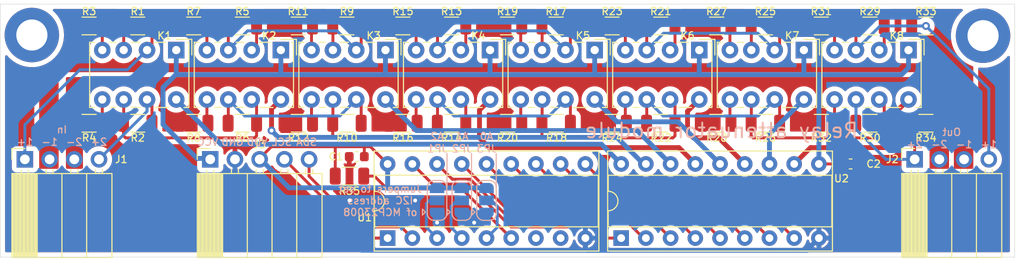
<source format=kicad_pcb>
(kicad_pcb (version 20211014) (generator pcbnew)
  (layers (0 "F.Cu" signal) (31 "B.Cu" signal) (34 "B.Paste" user) (35 "F.Paste" user) (36 "B.SilkS" user "B.Silkscreen") (37 "F.SilkS" user "F.Silkscreen") (38 "B.Mask" user) (39 "F.Mask" user) (44 "Edge.Cuts" user))
  (net 0 "")
  (net 1 "Net-(K1-Pad3)")
  (net 2 "Net-(K1-Pad4)")
  (net 3 "Net-(K1-Pad5)")
  (net 4 "Net-(K1-Pad6)")
  (net 5 "Net-(K2-Pad3)")
  (net 6 "Net-(K2-Pad4)")
  (net 7 "Net-(K2-Pad5)")
  (net 8 "Net-(K2-Pad6)")
  (net 9 "Net-(K3-Pad3)")
  (net 10 "Net-(K3-Pad4)")
  (net 11 "Net-(K3-Pad5)")
  (net 12 "Net-(K3-Pad6)")
  (net 13 "Net-(K4-Pad3)")
  (net 14 "Net-(K4-Pad4)")
  (net 15 "Net-(K4-Pad5)")
  (net 16 "Net-(K4-Pad6)")
  (net 17 "Net-(K5-Pad3)")
  (net 18 "Net-(K5-Pad4)")
  (net 19 "Net-(K5-Pad5)")
  (net 20 "Net-(K5-Pad6)")
  (net 21 "Net-(K6-Pad3)")
  (net 22 "Net-(K6-Pad4)")
  (net 23 "Net-(K6-Pad5)")
  (net 24 "Net-(K6-Pad6)")
  (net 25 "Net-(K7-Pad3)")
  (net 26 "Net-(K7-Pad4)")
  (net 27 "Net-(K7-Pad5)")
  (net 28 "Net-(K7-Pad6)")
  (net 29 "Net-(K8-Pad4)")
  (net 30 "Net-(K8-Pad5)")
  (net 31 "GND")
  (net 34 "Net-(K7-Pad8)")
  (net 35 "Net-(U1-Pad10)")
  (net 36 "Net-(U1-Pad11)")
  (net 37 "Net-(U1-Pad12)")
  (net 38 "VDD")
  (net 39 "Net-(U1-Pad13)")
  (net 40 "Net-(U1-Pad14)")
  (net 41 "Net-(K4-Pad8)")
  (net 42 "Net-(K5-Pad8)")
  (net 43 "Net-(U1-Pad15)")
  (net 44 "Net-(K8-Pad8)")
  (net 45 "Net-(U1-Pad16)")
  (net 46 "Net-(U1-Pad17)")
  (net 47 "Net-(J1-Pad2)")
  (net 48 "Net-(J1-Pad3)")
  (net 49 "Net-(K1-Pad8)")
  (net 50 "Net-(K2-Pad8)")
  (net 51 "Net-(K3-Pad8)")
  (net 52 "Net-(K6-Pad8)")
  (net 53 "VCC")
  (net 54 "Net-(J1-Pad4)")
  (net 55 "/A2")
  (net 56 "/A0")
  (net 57 "Net-(R35-Pad2)")
  (net 58 "/A1")
  (net 59 "Net-(J1-Pad1)")
  (net 60 "Net-(J2-Pad4)")
  (net 61 "Net-(J3-Pad4)")
  (net 62 "Net-(J3-Pad5)")
  (net 63 "Net-(J2-Pad1)")
  (footprint "Resistor_SMD:R_1206_3216Metric" (layer "F.Cu") (at 101.38 24.569 180)
    (fp_text reference "R30")
    (fp_text value "10k")
  )
  (footprint "Resistor_SMD:R_1206_3216Metric" (layer "F.Cu") (at 64.13 24.569 180)
    (fp_text reference "R20")
    (fp_text value "6.8k")
  )
  (footprint "Resistor_SMD:R_1206_3216Metric" (layer "F.Cu") (at 26.13 14.569 180)
    (fp_text reference "R1")
    (fp_text value "560")
  )
  (footprint "Resistor_SMD:R_1206_3216Metric" (layer "F.Cu") (at 107.13 24.569 180)
    (fp_text reference "R34")
    (fp_text value "10k")
  )
  (footprint "Package_DIP:DIP-18_W7.62mm_Socket" (layer "F.Cu") (at 51.81 36.369 90)
    (fp_text reference "U1")
    (fp_text value "MCP23008-xSO")
  )
  (footprint "Relay_THT:Relay_DPDT_Omron_G6K-2P-Y" (layer "F.Cu") (at 83.8375 17.0465 -90)
    (fp_text reference "K6")
    (fp_text value "G6K-2")
  )
  (footprint "Resistor_SMD:R_1206_3216Metric" (layer "F.Cu") (at 42.63 24.569 180)
    (fp_text reference "R12")
    (fp_text value "39k")
  )
  (footprint "Resistor_SMD:R_1206_3216Metric" (layer "F.Cu") (at 31.88 14.569 180)
    (fp_text reference "R7")
    (fp_text value "82k")
  )
  (footprint "Resistor_SMD:R_1206_3216Metric" (layer "F.Cu") (at 31.88 24.569 180)
    (fp_text reference "R8")
    (fp_text value "82k")
  )
  (footprint "Relay_THT:Relay_DPDT_Omron_G6K-2P-Y" (layer "F.Cu") (at 73.0875 17.0465 -90)
    (fp_text reference "K5")
    (fp_text value "G6K-2")
  )
  (footprint "Resistor_SMD:R_1206_3216Metric" (layer "F.Cu") (at 58.38 14.569 180)
    (fp_text reference "R13")
    (fp_text value "3.9k")
  )
  (footprint "Relay_THT:Relay_DPDT_Omron_G6K-2P-Y" (layer "F.Cu") (at 105.3375 17.0465 -90)
    (fp_text reference "K8")
    (fp_text value "G6K-2")
  )
  (footprint "Relay_THT:Relay_DPDT_Omron_G6K-2P-Y" (layer "F.Cu") (at 51.5875 17.0465 -90)
    (fp_text reference "K3")
    (fp_text value "G6K-2")
  )
  (footprint "MountingHole:MountingHole_3.2mm_M3_DIN965_Pad" (layer "F.Cu") (at 113 15.569)
    (fp_text reference "H1" hide)
    (fp_text value "M3")
  )
  (footprint "Resistor_SMD:R_1206_3216Metric" (layer "F.Cu") (at 42.63 14.569 180)
    (fp_text reference "R11")
    (fp_text value "39k")
  )
  (footprint "Connector_PinSocket_2.54mm:PinSocket_1x04_P2.54mm_Horizontal" (layer "F.Cu") (at 105.97 28.275 90)
    (fp_text reference "J2")
    (fp_text value "Out")
  )
  (footprint "Resistor_SMD:R_1206_3216Metric" (layer "F.Cu") (at 79.88 24.569 180)
    (fp_text reference "R22")
    (fp_text value "8.2k")
  )
  (footprint "Resistor_SMD:R_1206_3216Metric" (layer "F.Cu") (at 90.63 24.569 180)
    (fp_text reference "R26")
    (fp_text value "10k")
  )
  (footprint "Relay_THT:Relay_DPDT_Omron_G6K-2P-Y" (layer "F.Cu") (at 30.0875 17.0465 -90)
    (fp_text reference "K1")
    (fp_text value "G6K-2")
  )
  (footprint "Resistor_SMD:R_1206_3216Metric" (layer "F.Cu") (at 79.88 14.569 180)
    (fp_text reference "R21")
    (fp_text value "8.2k")
  )
  (footprint "Resistor_SMD:R_1206_3216Metric" (layer "F.Cu") (at 96.38 14.569 180)
    (fp_text reference "R31")
    (fp_text value "6.8")
  )
  (footprint "Resistor_SMD:R_1206_3216Metric" (layer "F.Cu") (at 26.13 24.569 180)
    (fp_text reference "R2")
    (fp_text value "560")
  )
  (footprint "Capacitor_SMD:C_0603_1608Metric" (layer "F.Cu") (at 48.64 28 180)
    (fp_text reference "C1")
    (fp_text value "1u")
  )
  (footprint "Resistor_SMD:R_1206_3216Metric" (layer "F.Cu") (at 96.38 24.569 180)
    (fp_text reference "R32")
    (fp_text value "6.8")
  )
  (footprint "Resistor_SMD:R_1206_3216Metric" (layer "F.Cu") (at 36.88 24.569 180)
    (fp_text reference "R6")
    (fp_text value "1k")
  )
  (footprint "Resistor_SMD:R_1206_3216Metric" (layer "F.Cu") (at 53.38 24.569 180)
    (fp_text reference "R16")
    (fp_text value "18k")
  )
  (footprint "Relay_THT:Relay_DPDT_Omron_G6K-2P-Y" (layer "F.Cu") (at 94.5875 17.0465 -90)
    (fp_text reference "K7")
    (fp_text value "G6K-2")
  )
  (footprint "Resistor_SMD:R_1206_3216Metric" (layer "F.Cu") (at 90.63 14.569 180)
    (fp_text reference "R25")
    (fp_text value "10k")
  )
  (footprint "Resistor_SMD:R_1206_3216Metric" (layer "F.Cu") (at 21.13 24.569 180)
    (fp_text reference "R4")
    (fp_text value "180k")
  )
  (footprint "Resistor_SMD:R_1206_3216Metric" (layer "F.Cu") (at 85.63 24.569 180)
    (fp_text reference "R28")
    (fp_text value "270")
  )
  (footprint "Resistor_SMD:R_1206_3216Metric" (layer "F.Cu") (at 101.38 14.569 180)
    (fp_text reference "R29")
    (fp_text value "10k")
  )
  (footprint "Resistor_SMD:R_1206_3216Metric" (layer "F.Cu") (at 107.13 14.569 180)
    (fp_text reference "R33")
    (fp_text value "10k")
  )
  (footprint "Resistor_SMD:R_1206_3216Metric" (layer "F.Cu") (at 69.13 14.569 180)
    (fp_text reference "R17")
    (fp_text value "5.6k")
  )
  (footprint "Resistor_SMD:R_1206_3216Metric" (layer "F.Cu") (at 53.38 14.569 180)
    (fp_text reference "R15")
    (fp_text value "18k")
  )
  (footprint "Resistor_SMD:R_1206_3216Metric" (layer "F.Cu") (at 85.63 14.569 180)
    (fp_text reference "R27")
    (fp_text value "270")
  )
  (footprint "Resistor_SMD:R_1206_3216Metric" (layer "F.Cu") (at 36.88 14.569 180)
    (fp_text reference "R5")
    (fp_text value "1k")
  )
  (footprint "Relay_THT:Relay_DPDT_Omron_G6K-2P-Y" (layer "F.Cu") (at 40.8375 17.0465 -90)
    (fp_text reference "K2")
    (fp_text value "G6K-2")
  )
  (footprint "Resistor_SMD:R_1206_3216Metric" (layer "F.Cu") (at 74.88 24.569 180)
    (fp_text reference "R24")
    (fp_text value "1.8k")
  )
  (footprint "Resistor_SMD:R_1206_3216Metric" (layer "F.Cu") (at 47.63 24.569 180)
    (fp_text reference "R10")
    (fp_text value "2.2k")
  )
  (footprint "MountingHole:MountingHole_3.2mm_M3_DIN965_Pad" (layer "F.Cu") (at 15.25 15.5)
    (fp_text reference "H2" hide)
    (fp_text value "M3")
  )
  (footprint "Resistor_SMD:R_1206_3216Metric" (layer "F.Cu") (at 58.38 24.569 180)
    (fp_text reference "R14")
    (fp_text value "3.9k")
  )
  (footprint "Resistor_SMD:R_1206_3216Metric" (layer "F.Cu") (at 47.89 30)
    (fp_text reference "R35")
    (fp_text value "10k")
  )
  (footprint "Resistor_SMD:R_1206_3216Metric" (layer "F.Cu") (at 47.63 14.569 180)
    (fp_text reference "R9")
    (fp_text value "2.2k")
  )
  (footprint "Resistor_SMD:R_1206_3216Metric" (layer "F.Cu") (at 69.13 24.569 180)
    (fp_text reference "R18")
    (fp_text value "5.6k")
  )
  (footprint "Resistor_SMD:R_1206_3216Metric" (layer "F.Cu") (at 64.13 14.569 180)
    (fp_text reference "R19")
    (fp_text value "6.8k")
  )
  (footprint "Package_DIP:DIP-18_W7.62mm_Socket" (layer "F.Cu") (at 75.81 36.369 90)
    (fp_text reference "U2")
    (fp_text value "ULN2803A")
  )
  (footprint "Relay_THT:Relay_DPDT_Omron_G6K-2P-Y" (layer "F.Cu") (at 62.3375 17.0465 -90)
    (fp_text reference "K4")
    (fp_text value "G6K-2")
  )
  (footprint "Capacitor_SMD:C_0603_1608Metric" (layer "F.Cu") (at 99.39 28.75)
    (fp_text reference "C2")
    (fp_text value "1u")
  )
  (footprint "Resistor_SMD:R_1206_3216Metric" (layer "F.Cu") (at 74.88 14.569 180)
    (fp_text reference "R23")
    (fp_text value "1.8k")
  )
  (footprint "Resistor_SMD:R_1206_3216Metric" (layer "F.Cu") (at 21.13 14.569 180)
    (fp_text reference "R3")
    (fp_text value "180k")
  )
  (footprint "Connector_PinSocket_2.54mm:PinSocket_1x05_P2.54mm_Horizontal" (layer "F.Cu") (at 33.58 28.275 90)
    (fp_text reference "J3")
    (fp_text value "I2C")
  )
  (footprint "Connector_PinSocket_2.54mm:PinSocket_1x04_P2.54mm_Horizontal" (layer "F.Cu") (at 14.53 28.275 90)
    (fp_text reference "J1")
    (fp_text value "In")
  )
  (footprint "Backplane:Ariamelon_Logo_x2_CU" (layer "B.Cu") (at 86.106 32.258 180)
    (fp_text reference "G***" hide)
    (fp_text value "LOGO" hide)
  )
  (footprint "Jumper:SolderJumper-3_P1.3mm_Open_RoundedPad1.0x1.5mm" (layer "B.Cu") (at 59.43 32.496 90)
    (fp_text reference "JP2")
    (fp_text value "Set")
  )
  (footprint "Jumper:SolderJumper-3_P1.3mm_Open_RoundedPad1.0x1.5mm" (layer "B.Cu") (at 61.97 32.496 90)
    (fp_text reference "JP3")
    (fp_text value "Set")
  )
  (footprint "Jumper:SolderJumper-3_P1.3mm_Open_RoundedPad1.0x1.5mm" (layer "B.Cu") (at 56.89 32.496 90)
    (fp_text reference "JP1")
    (fp_text value "Set")
  )
  (gr_line (start 60.43 31.096) (end 60.43 27.686) (layer "B.SilkS") (width 0.12))
  (gr_line (start 62.97 31.096) (end 62.97 27.686) (layer "B.SilkS") (width 0.12))
  (gr_line (start 57.912 27.686) (end 57.912 31.096) (layer "B.SilkS") (width 0.12))
  (gr_line (start 12 12.319) (end 116.25 12.319) (layer "Edge.Cuts") (width 0.05))
  (gr_line (start 116.25 12.319) (end 116.25 38.319) (layer "Edge.Cuts") (width 0.05))
  (gr_line (start 116.25 38.319) (end 12 38.319) (layer "Edge.Cuts") (width 0.05))
  (gr_line (start 12 38.319) (end 12 12.319) (layer "Edge.Cuts") (width 0.05))
  (gr_text "In" (at 18.34 25.227) (layer "B.SilkS") (effects (font (size 0.75 0.75) (thickness 0.125)) (justify mirror)))
  (gr_text "2+" (at 22.15 26.497) (layer "B.SilkS") (effects (font (size 0.75 0.75) (thickness 0.125)) (justify mirror)))
  (gr_text "VDD" (at 38.406 26.497) (layer "B.SilkS") (effects (font (size 0.75 0.75) (thickness 0.125)) (justify mirror)))
  (gr_text "Out" (at 109.78 25.481) (layer "B.SilkS") (effects (font (size 0.75 0.75) (thickness 0.125)) (justify mirror)))
  (gr_text "VCC" (at 33.326 26.497) (layer "B.SilkS") (effects (font (size 0.75 0.75) (thickness 0.125)) (justify mirror)))
  (gr_text "1+" (at 113.59 26.751) (layer "B.SilkS") (effects (font (size 0.75 0.75) (thickness 0.125)) (justify mirror)))
  (gr_text "A1" (at 59.436 25.908) (layer "B.SilkS") (effects (font (size 0.75 0.75) (thickness 0.125)) (justify mirror)))
  (gr_text "1+" (at 14.53 26.497) (layer "B.SilkS") (effects (font (size 0.75 0.75) (thickness 0.125)) (justify mirror)))
  (gr_text "Relay attenuator module" (at 86.106 25.319) (layer "B.SilkS") (effects (font (size 1.5 1.5) (thickness 0.2)) (justify mirror)))
  (gr_text "GND" (at 35.866 26.497) (layer "B.SilkS") (effects (font (size 0.75 0.75) (thickness 0.125)) (justify mirror)))
  (gr_text "SCL" (at 40.946 26.497) (layer "B.SilkS") (effects (font (size 0.75 0.75) (thickness 0.125)) (justify mirror)))
  (gr_text "Jumpers to set\nI2C address\nof MCP23008" (at 51.054 32.512) (layer "B.SilkS") (effects (font (size 0.75 0.75) (thickness 0.125)) (justify mirror)))
  (gr_text "A0" (at 61.976 25.908) (layer "B.SilkS") (effects (font (size 0.75 0.75) (thickness 0.125)) (justify mirror)))
  (gr_text "SDA" (at 43.486 26.497) (layer "B.SilkS") (effects (font (size 0.75 0.75) (thickness 0.125)) (justify mirror)))
  (gr_text "2+" (at 105.97 26.751) (layer "B.SilkS") (effects (font (size 0.75 0.75) (thickness 0.125)) (justify mirror)))
  (gr_text "2-" (at 19.61 26.497) (layer "B.SilkS") (effects (font (size 0.75 0.75) (thickness 0.125)) (justify mirror)))
  (gr_text "A2" (at 56.896 25.908) (layer "B.SilkS") (effects (font (size 0.75 0.75) (thickness 0.125)) (justify mirror)))
  (gr_text "2-" (at 108.51 26.751) (layer "B.SilkS") (effects (font (size 0.75 0.75) (thickness 0.125)) (justify mirror)))
  (gr_text "1-" (at 111.05 26.751) (layer "B.SilkS") (effects (font (size 0.75 0.75) (thickness 0.125)) (justify mirror)))
  (gr_text "1-" (at 17.07 26.497) (layer "B.SilkS") (effects (font (size 0.75 0.75) (thickness 0.125)) (justify mirror)))
  (segment (start 38.13 13.069) (end 38.3425 13.2815) (width 0.3) (layer "F.Cu") (net 1))
  (segment (start 38.3425 16.5415) (end 37.8375 17.0465) (width 0.3) (layer "F.Cu") (net 1))
  (segment (start 24.6675 14.569) (end 24.6675 13.2815) (width 0.3) (layer "F.Cu") (net 1))
  (segment (start 38.3425 13.2815) (end 38.3425 14.569) (width 0.3) (layer "F.Cu") (net 1))
  (segment (start 38.3425 14.569) (end 38.3425 16.5415) (width 0.3) (layer "F.Cu") (net 1))
  (segment (start 24.6875 17.0465) (end 24.6875 14.589) (width 0.3) (layer "F.Cu") (net 1))
  (segment (start 24.6675 13.2815) (end 24.88 13.069) (width 0.3) (layer "F.Cu") (net 1))
  (segment (start 24.88 13.069) (end 38.13 13.069) (width 0.3) (layer "F.Cu") (net 1))
  (segment (start 22.4875 17.0465) (end 22.4875 14.674) (width 0.3) (layer "F.Cu") (net 2))
  (segment (start 22.4875 22.1265) (end 22.4875 24.464) (width 0.3) (layer "F.Cu") (net 3))
  (segment (start 38.3425 25.8565) (end 38.13 26.069) (width 0.3) (layer "F.Cu") (net 4))
  (segment (start 24.88 26.069) (end 24.6675 25.8565) (width 0.3) (layer "F.Cu") (net 4))
  (segment (start 24.6675 25.8565) (end 24.6675 24.569) (width 0.3) (layer "F.Cu") (net 4))
  (segment (start 38.13 26.069) (end 24.88 26.069) (width 0.3) (layer "F.Cu") (net 4))
  (segment (start 38.3425 22.6315) (end 37.8375 22.1265) (width 0.3) (layer "F.Cu") (net 4))
  (segment (start 24.6875 22.1265) (end 24.6875 24.549) (width 0.3) (layer "F.Cu") (net 4))
  (segment (start 38.3425 24.569) (end 38.3425 25.8565) (width 0.3) (layer "F.Cu") (net 4))
  (segment (start 38.3425 24.569) (end 38.3425 22.6315) (width 0.3) (layer "F.Cu") (net 4))
  (segment (start 49.0925 14.569) (end 49.0925 16.5415) (width 0.3) (layer "F.Cu") (net 5))
  (segment (start 35.4375 17.0465) (end 35.4375 14.589) (width 0.3) (layer "F.Cu") (net 5))
  (segment (start 49.0925 16.5415) (end 48.5875 17.0465) (width 0.3) (layer "F.Cu") (net 5))
  (segment (start 48.5875 17.0465) (end 46.61 15.069) (width 0.3) (layer "B.Cu") (net 5))
  (segment (start 46.61 15.069) (end 37.415 15.069) (width 0.3) (layer "B.Cu") (net 5))
  (segment (start 37.415 15.069) (end 35.4375 17.0465) (width 0.3) (layer "B.Cu") (net 5))
  (segment (start 33.2375 17.0465) (end 33.2375 14.674) (width 0.3) (layer "F.Cu") (net 6))
  (segment (start 33.2375 22.1265) (end 33.2375 24.464) (width 0.3) (layer "F.Cu") (net 7))
  (segment (start 49.0925 22.6315) (end 48.5875 22.1265) (width 0.3) (layer "F.Cu") (net 8))
  (segment (start 49.0925 24.569) (end 49.0925 22.6315) (width 0.3) (layer "F.Cu") (net 8))
  (segment (start 35.4375 22.1265) (end 35.4375 24.549) (width 0.3) (layer "F.Cu") (net 8))
  (segment (start 37.13 23.819) (end 35.4375 22.1265) (width 0.3) (layer "B.Cu") (net 8))
  (segment (start 48.5875 22.1265) (end 46.895 23.819) (width 0.3) (layer "B.Cu") (net 8))
  (segment (start 46.895 23.819) (end 37.13 23.819) (width 0.3) (layer "B.Cu") (net 8))
  (segment (start 59.8425 13.2815) (end 59.8425 14.569) (width 0.3) (layer "F.Cu") (net 9))
  (segment (start 59.63 13.069) (end 59.8425 13.2815) (width 0.3) (layer "F.Cu") (net 9))
  (segment (start 46.38 13.069) (end 59.63 13.069) (width 0.3) (layer "F.Cu") (net 9))
  (segment (start 46.1675 14.569) (end 46.1675 13.2815) (width 0.3) (layer "F.Cu") (net 9))
  (segment (start 59.8425 14.569) (end 59.8425 16.5415) (width 0.3) (layer "F.Cu") (net 9))
  (segment (start 59.8425 16.5415) (end 59.3375 17.0465) (width 0.3) (layer "F.Cu") (net 9))
  (segment (start 46.1675 13.2815) (end 46.38 13.069) (width 0.3) (layer "F.Cu") (net 9))
  (segment (start 46.1875 17.0465) (end 46.1875 14.589) (width 0.3) (layer "F.Cu") (net 9))
  (segment (start 43.9875 17.0465) (end 43.9875 14.674) (width 0.3) (layer "F.Cu") (net 10))
  (segment (start 43.9875 22.1265) (end 43.9875 24.464) (width 0.3) (layer "F.Cu") (net 11))
  (segment (start 46.38 26.069) (end 46.1675 25.8565) (width 0.3) (layer "F.Cu") (net 12))
  (segment (start 59.8425 25.8565) (end 59.63 26.069) (width 0.3) (layer "F.Cu") (net 12))
  (segment (start 59.8425 24.569) (end 59.8425 25.8565) (width 0.3) (layer "F.Cu") (net 12))
  (segment (start 46.1875 22.1265) (end 46.1875 24.549) (width 0.3) (layer "F.Cu") (net 12))
  (segment (start 59.8425 22.6315) (end 59.3375 22.1265) (width 0.3) (layer "F.Cu") (net 12))
  (segment (start 59.63 26.069) (end 46.38 26.069) (width 0.3) (layer "F.Cu") (net 12))
  (segment (start 46.1675 25.8565) (end 46.1675 24.569) (width 0.3) (layer "F.Cu") (net 12))
  (segment (start 59.8425 24.569) (end 59.8425 22.6315) (width 0.3) (layer "F.Cu") (net 12))
  (segment (start 70.5925 14.569) (end 70.5925 16.5415) (width 0.3) (layer "F.Cu") (net 13))
  (segment (start 56.9375 17.0465) (end 56.9375 14.589) (width 0.3) (layer "F.Cu") (net 13))
  (segment (start 70.5925 16.5415) (end 70.0875 17.0465) (width 0.3) (layer "F.Cu") (net 13))
  (segment (start 58.915 15.069) (end 56.9375 17.0465) (width 0.3) (layer "B.Cu") (net 13))
  (segment (start 68.11 15.069) (end 58.915 15.069) (width 0.3) (layer "B.Cu") (net 13))
  (segment (start 70.0875 17.0465) (end 68.11 15.069) (width 0.3) (layer "B.Cu") (net 13))
  (segment (start 54.7375 17.0465) (end 54.7375 14.674) (width 0.3) (layer "F.Cu") (net 14))
  (segment (start 54.7375 22.1265) (end 54.7375 24.464) (width 0.3) (layer "F.Cu") (net 15))
  (segment (start 70.5925 22.6315) (end 70.0875 22.1265) (width 0.3) (layer "F.Cu") (net 16))
  (segment (start 56.9375 22.1265) (end 56.9375 24.549) (width 0.3) (layer "F.Cu") (net 16))
  (segment (start 70.5925 24.569) (end 70.5925 22.6315) (width 0.3) (layer "F.Cu") (net 16))
  (segment (start 58.63 23.819) (end 56.9375 22.1265) (width 0.3) (layer "B.Cu") (net 16))
  (segment (start 68.395 23.819) (end 58.63 23.819) (width 0.3) (layer "B.Cu") (net 16))
  (segment (start 70.0875 22.1265) (end 68.395 23.819) (width 0.3) (layer "B.Cu") (net 16))
  (segment (start 67.6875 17.0465) (end 67.6875 14.589) (width 0.3) (layer "F.Cu") (net 17))
  (segment (start 67.6675 13.2815) (end 67.88 13.069) (width 0.3) (layer "F.Cu") (net 17))
  (segment (start 81.13 13.069) (end 81.3425 13.2815) (width 0.3) (layer "F.Cu") (net 17))
  (segment (start 67.6675 14.569) (end 67.6675 13.2815) (width 0.3) (layer "F.Cu") (net 17))
  (segment (start 67.88 13.069) (end 81.13 13.069) (width 0.3) (layer "F.Cu") (net 17))
  (segment (start 81.3425 14.569) (end 81.3425 16.5415) (width 0.3) (layer "F.Cu") (net 17))
  (segment (start 81.3425 13.2815) (end 81.3425 14.569) (width 0.3) (layer "F.Cu") (net 17))
  (segment (start 81.3425 16.5415) (end 80.8375 17.0465) (width 0.3) (layer "F.Cu") (net 17))
  (segment (start 65.4875 17.0465) (end 65.4875 14.674) (width 0.3) (layer "F.Cu") (net 18))
  (segment (start 65.4875 22.1265) (end 65.4875 24.464) (width 0.3) (layer "F.Cu") (net 19))
  (segment (start 81.3425 25.8565) (end 81.13 26.069) (width 0.3) (layer "F.Cu") (net 20))
  (segment (start 81.13 26.069) (end 67.88 26.069) (width 0.3) (layer "F.Cu") (net 20))
  (segment (start 81.3425 22.6315) (end 80.8375 22.1265) (width 0.3) (layer "F.Cu") (net 20))
  (segment (start 81.3425 24.569) (end 81.3425 22.6315) (width 0.3) (layer "F.Cu") (net 20))
  (segment (start 67.6675 25.8565) (end 67.6675 24.569) (width 0.3) (layer "F.Cu") (net 20))
  (segment (start 67.6875 22.1265) (end 67.6875 24.549) (width 0.3) (layer "F.Cu") (net 20))
  (segment (start 81.3425 24.569) (end 81.3425 25.8565) (width 0.3) (layer "F.Cu") (net 20))
  (segment (start 67.88 26.069) (end 67.6675 25.8565) (width 0.3) (layer "F.Cu") (net 20))
  (segment (start 92.0925 14.569) (end 92.0925 16.5415) (width 0.3) (layer "F.Cu") (net 21))
  (segment (start 92.0925 16.5415) (end 91.5875 17.0465) (width 0.3) (layer "F.Cu") (net 21))
  (segment (start 78.4375 17.0465) (end 78.4375 14.589) (width 0.3) (layer "F.Cu") (net 21))
  (segment (start 91.5875 17.0465) (end 89.86 15.319) (width 0.3) (layer "B.Cu") (net 21))
  (segment (start 80.165 15.319) (end 78.4375 17.0465) (width 0.3) (layer "B.Cu") (net 21))
  (segment (start 89.86 15.319) (end 80.165 15.319) (width 0.3) (layer "B.Cu") (net 21))
  (segment (start 76.2375 17.0465) (end 76.2375 14.674) (width 0.3) (layer "F.Cu") (net 22))
  (segment (start 76.2375 22.1265) (end 76.2375 24.464) (width 0.3) (layer "F.Cu") (net 23))
  (segment (start 92.0925 24.569) (end 92.0925 22.6315) (width 0.3) (layer "F.Cu") (net 24))
  (segment (start 78.4375 22.1265) (end 78.4375 24.549) (width 0.3) (layer "F.Cu") (net 24))
  (segment (start 92.0925 22.6315) (end 91.5875 22.1265) (width 0.3) (layer "F.Cu") (net 24))
  (segment (start 91.5875 22.1265) (end 89.895 23.819) (width 0.3) (layer "B.Cu") (net 24))
  (segment (start 80.13 23.819) (end 78.4375 22.1265) (width 0.3) (layer "B.Cu") (net 24))
  (segment (start 89.895 23.819) (end 80.13 23.819) (width 0.3) (layer "B.Cu") (net 24))
  (segment (start 102.8425 16.5415) (end 102.3375 17.0465) (width 0.3) (layer "F.Cu") (net 25))
  (segment (start 102.8425 14.569) (end 102.8425 13.2815) (width 0.3) (layer "F.Cu") (net 25))
  (segment (start 102.8425 13.2815) (end 102.63 13.069) (width 0.3) (layer "F.Cu") (net 25))
  (segment (start 89.38 13.069) (end 89.1675 13.2815) (width 0.3) (layer "F.Cu") (net 25))
  (segment (start 89.1875 17.0465) (end 89.1875 14.589) (width 0.3) (layer "F.Cu") (net 25))
  (segment (start 102.63 13.069) (end 89.38 13.069) (width 0.3) (layer "F.Cu") (net 25))
  (segment (start 89.1675 13.2815) (end 89.1675 14.569) (width 0.3) (layer "F.Cu") (net 25))
  (segment (start 102.8425 14.569) (end 102.8425 16.5415) (width 0.3) (layer "F.Cu") (net 25))
  (segment (start 86.9875 17.0465) (end 86.9875 14.674) (width 0.3) (layer "F.Cu") (net 26))
  (segment (start 86.9875 22.1265) (end 86.9875 24.464) (width 0.3) (layer "F.Cu") (net 27))
  (segment (start 102.8425 24.569) (end 102.8425 25.8565) (width 0.3) (layer "F.Cu") (net 28))
  (segment (start 102.8425 22.6315) (end 102.3375 22.1265) (width 0.3) (layer "F.Cu") (net 28))
  (segment (start 102.8425 24.569) (end 102.8425 22.6315) (width 0.3) (layer "F.Cu") (net 28))
  (segment (start 89.1875 22.1265) (end 89.1875 24.549) (width 0.3) (layer "F.Cu") (net 28))
  (segment (start 102.8425 25.8565) (end 102.63 26.069) (width 0.3) (layer "F.Cu") (net 28))
  (segment (start 102.63 26.069) (end 89.38 26.069) (width 0.3) (layer "F.Cu") (net 28))
  (segment (start 89.1675 25.8565) (end 89.1675 24.569) (width 0.3) (layer "F.Cu") (net 28))
  (segment (start 89.38 26.069) (end 89.1675 25.8565) (width 0.3) (layer "F.Cu") (net 28))
  (segment (start 97.7375 17.0465) (end 97.7375 14.674) (width 0.3) (layer "F.Cu") (net 29))
  (segment (start 97.7375 22.1265) (end 97.7375 24.464) (width 0.3) (layer "F.Cu") (net 30))
  (via (at 47.89 32.5) (size 0.8) (drill 0.4) (layers "F.Cu" "B.Cu") (net 31))
  (via (at 56.89 34.782) (size 0.8) (drill 0.4) (layers "F.Cu" "B.Cu") (net 31))
  (via (at 54.64 32.5) (size 0.8) (drill 0.4) (layers "F.Cu" "B.Cu") (net 31))
  (via (at 60.7 34.782) (size 0.8) (drill 0.4) (layers "F.Cu" "B.Cu") (net 31))
  (segment (start 96.13 36.369) (end 94.880489 37.618511) (width 0.5) (layer "B.Cu") (net 31))
  (segment (start 74.618511 37.618511) (end 49.118511 37.618511) (width 0.5) (layer "B.Cu") (net 31))
  (segment (start 72.13 36.369) (end 72.13 37.407022) (width 0.5) (layer "B.Cu") (net 31))
  (segment (start 72.13 37.407022) (end 72.341489 37.618511) (width 0.5) (layer "B.Cu") (net 31))
  (segment (start 74.618511 37.618511) (end 72.341489 37.618511) (width 0.5) (layer "B.Cu") (net 31))
  (segment (start 94.880489 37.618511) (end 74.618511 37.618511) (width 0.5) (layer "B.Cu") (net 31))
  (segment (start 91.05 28.749) (end 91.05 25.664) (width 0.5) (layer "B.Cu") (net 34))
  (segment (start 91.05 25.664) (end 94.5875 22.1265) (width 0.5) (layer "B.Cu") (net 34))
  (segment (start 75.10385 31.72285) (end 72.13 28.749) (width 0.3) (layer "F.Cu") (net 35))
  (segment (start 75.10385 31.72285) (end 88.94385 31.72285) (width 0.3) (layer "F.Cu") (net 35))
  (segment (start 88.94385 31.72285) (end 93.59 36.369) (width 0.3) (layer "F.Cu") (net 35))
  (segment (start 73.063369 32.222369) (end 86.903369 32.222369) (width 0.3) (layer "F.Cu") (net 36))
  (segment (start 69.59 28.749) (end 73.063369 32.222369) (width 0.3) (layer "F.Cu") (net 36))
  (segment (start 86.903369 32.222369) (end 91.05 36.369) (width 0.3) (layer "F.Cu") (net 36))
  (segment (start 84.862889 32.721889) (end 88.51 36.369) (width 0.3) (layer "F.Cu") (net 37))
  (segment (start 67.05 28.749) (end 71.022889 32.721889) (width 0.3) (layer "F.Cu") (net 37))
  (segment (start 71.022889 32.721889) (end 84.862889 32.721889) (width 0.3) (layer "F.Cu") (net 37))
  (segment (start 38.66 28.178) (end 39.859511 26.978489) (width 0.3) (layer "F.Cu") (net 38))
  (segment (start 46.4275 30) (end 46.4275 26.994478) (width 0.3) (layer "F.Cu") (net 38))
  (segment (start 49.415 28) (end 49.415 26.981978) (width 0.3) (layer "F.Cu") (net 38))
  (segment (start 49.411511 26.978489) (end 50.039489 26.978489) (width 0.3) (layer "F.Cu") (net 38))
  (segment (start 50.039489 26.978489) (end 51.81 28.749) (width 0.3) (layer "F.Cu") (net 38))
  (segment (start 39.859511 26.978489) (end 46.411511 26.978489) (width 0.3) (layer "F.Cu") (net 38))
  (segment (start 46.4275 26.994478) (end 46.411511 26.978489) (width 0.3) (layer "F.Cu") (net 38))
  (segment (start 49.415 26.981978) (end 49.411511 26.978489) (width 0.3) (layer "F.Cu") (net 38))
  (segment (start 46.411511 26.978489) (end 49.411511 26.978489) (width 0.3) (layer "F.Cu") (net 38))
  (segment (start 51.81 31.166) (end 51.84 31.196) (width 0.5) (layer "B.Cu") (net 38))
  (segment (start 51.81 28.749) (end 51.81 31.166) (width 0.5) (layer "B.Cu") (net 38))
  (segment (start 41.678 31.196) (end 38.66 28.178) (width 0.5) (layer "B.Cu") (net 38))
  (segment (start 41.678 31.196) (end 51.84 31.196) (width 0.5) (layer "B.Cu") (net 38))
  (segment (start 61.97 31.196) (end 51.84 31.196) (width 0.5) (layer "B.Cu") (net 38))
  (segment (start 82.822409 33.221409) (end 85.97 36.369) (width 0.3) (layer "F.Cu") (net 39))
  (segment (start 68.982409 33.221409) (end 64.51 28.749) (width 0.3) (layer "F.Cu") (net 39))
  (segment (start 68.982409 33.221409) (end 82.822409 33.221409) (width 0.3) (layer "F.Cu") (net 39))
  (segment (start 80.781929 33.720929) (end 83.43 36.369) (width 0.3) (layer "F.Cu") (net 40))
  (segment (start 66.941929 33.720929) (end 80.781929 33.720929) (width 0.3) (layer "F.Cu") (net 40))
  (segment (start 66.941929 33.720929) (end 61.97 28.749) (width 0.3) (layer "F.Cu") (net 40))
  (segment (start 62.25 27.069) (end 81.75 27.069) (width 0.5) (layer "F.Cu") (net 41))
  (segment (start 62.3375 22.1265) (end 61.25 23.214) (width 0.5) (layer "F.Cu") (net 41))
  (segment (start 81.75 27.069) (end 83.43 28.749) (width 0.5) (layer "F.Cu") (net 41))
  (segment (start 61.25 26.069) (end 62.25 27.069) (width 0.5) (layer "F.Cu") (net 41))
  (segment (start 61.25 23.214) (end 61.25 26.069) (width 0.5) (layer "F.Cu") (net 41))
  (segment (start 75.37952 24.41852) (end 73.0875 22.1265) (width 0.5) (layer "B.Cu") (net 42))
  (segment (start 75.37952 24.41852) (end 81.63952 24.41852) (width 0.5) (layer "B.Cu") (net 42))
  (segment (start 81.63952 24.41852) (end 85.97 28.749) (width 0.5) (layer "B.Cu") (net 42))
  (segment (start 59.43 28.749) (end 64.901449 34.220449) (width 0.3) (layer "F.Cu") (net 43))
  (segment (start 64.901449 34.220449) (end 78.741449 34.220449) (width 0.3) (layer "F.Cu") (net 43))
  (segment (start 78.741449 34.220449) (end 80.89 36.369) (width 0.3) (layer "F.Cu") (net 43))
  (segment (start 104.25 23.214) (end 104.25 26.319) (width 0.5) (layer "F.Cu") (net 44))
  (segment (start 95.27 27.069) (end 93.59 28.749) (width 0.5) (layer "F.Cu") (net 44))
  (segment (start 105.3375 22.1265) (end 104.25 23.214) (width 0.5) (layer "F.Cu") (net 44))
  (segment (start 103.5 27.069) (end 95.27 27.069) (width 0.5) (layer "F.Cu") (net 44))
  (segment (start 104.25 26.319) (end 103.5 27.069) (width 0.5) (layer "F.Cu") (net 44))
  (segment (start 78.1 36.369) (end 76.450969 34.719969) (width 0.3) (layer "F.Cu") (net 45))
  (segment (start 60.294052 30.31948) (end 58.46 30.31948) (width 0.3) (layer "F.Cu") (net 45))
  (segment (start 58.46 30.31948) (end 58.46 30.319) (width 0.3) (layer "F.Cu") (net 45))
  (segment (start 64.69454 34.719968) (end 60.294052 30.31948) (width 0.3) (layer "F.Cu") (net 45))
  (segment (start 58.46 30.319) (end 56.89 28.749) (width 0.3) (layer "F.Cu") (net 45))
  (segment (start 64.69454 34.719969) (end 76.450969 34.719968) (width 0.3) (layer "F.Cu") (net 45))
  (segment (start 74.01 36.369) (end 75.81 36.369) (width 0.3) (layer "F.Cu") (net 46))
  (segment (start 56.42 30.819) (end 54.35 28.749) (width 0.3) (layer "F.Cu") (net 46))
  (segment (start 72.860489 35.219489) (end 65.360489 35.219489) (width 0.3) (layer "F.Cu") (net 46))
  (segment (start 64.487631 35.219487) (end 60.087144 30.819) (width 0.3) (layer "F.Cu") (net 46))
  (segment (start 65.360489 35.219489) (end 64.487631 35.219487) (width 0.3) (layer "F.Cu") (net 46))
  (segment (start 60.087144 30.819) (end 56.42 30.819) (width 0.3) (layer "F.Cu") (net 46))
  (segment (start 74.01 36.369) (end 72.860489 35.219489) (width 0.3) (layer "F.Cu") (net 46))
  (segment (start 75.81 28.749) (end 73.779039 26.718039) (width 0.5) (layer "B.Cu") (net 49))
  (segment (start 34.679039 26.718039) (end 30.0875 22.1265) (width 0.5) (layer "B.Cu") (net 49))
  (segment (start 73.779039 26.718039) (end 34.679039 26.718039) (width 0.5) (layer "B.Cu") (net 49))
  (segment (start 39.88 25.319) (end 39.88 23.084) (width 0.5) (layer "F.Cu") (net 50))
  (segment (start 39.88 23.084) (end 40.8375 22.1265) (width 0.5) (layer "F.Cu") (net 50))
  (via (at 39.88 25.319) (size 0.8) (drill 0.4) (layers "F.Cu" "B.Cu") (net 50))
  (segment (start 39.88 25.319) (end 40.579519 26.018519) (width 0.5) (layer "B.Cu") (net 50))
  (segment (start 75.369519 26.018519) (end 78.1 28.749) (width 0.5) (layer "B.Cu") (net 50))
  (segment (start 40.579519 26.018519) (end 75.369519 26.018519) (width 0.5) (layer "B.Cu") (net 50))
  (segment (start 54.78 25.319) (end 51.5875 22.1265) (width 0.5) (layer "B.Cu") (net 51))
  (segment (start 77.46 25.319) (end 80.89 28.749) (width 0.5) (layer "B.Cu") (net 51))
  (segment (start 54.78 25.319) (end 77.46 25.319) (width 0.5) (layer "B.Cu") (net 51))
  (segment (start 82.63 25.449) (end 83.25 26.069) (width 0.5) (layer "F.Cu") (net 52))
  (segment (start 83.8375 22.1265) (end 82.63 23.334) (width 0.5) (layer "F.Cu") (net 52))
  (segment (start 83.25 26.069) (end 85.83 26.069) (width 0.5) (layer "F.Cu") (net 52))
  (segment (start 82.63 23.334) (end 82.63 25.449) (width 0.5) (layer "F.Cu") (net 52))
  (segment (start 85.83 26.069) (end 88.51 28.749) (width 0.5) (layer "F.Cu") (net 52))
  (segment (start 98.615 28.75) (end 96.131 28.75) (width 0.3) (layer "F.Cu") (net 53))
  (segment (start 83.8375 19.5265) (end 83.88 19.569) (width 0.5) (layer "B.Cu") (net 53))
  (segment (start 104.63 19.569) (end 105.3375 18.8615) (width 0.5) (layer "B.Cu") (net 53))
  (segment (start 32.21885 28.178) (end 28.73 24.68915) (width 0.5) (layer "B.Cu") (net 53))
  (segment (start 40.8375 19.5265) (end 40.88 19.569) (width 0.5) (layer "B.Cu") (net 53))
  (segment (start 40.8375 17.0465) (end 40.8375 19.5265) (width 0.5) (layer "B.Cu") (net 53))
  (segment (start 73.13 19.569) (end 83.88 19.569) (width 0.5) (layer "B.Cu") (net 53))
  (segment (start 33.58 28.178) (end 32.21885 28.178) (width 0.5) (layer "B.Cu") (net 53))
  (segment (start 51.5875 19.5265) (end 51.63 19.569) (width 0.5) (layer "B.Cu") (net 53))
  (segment (start 30.13 19.569) (end 40.88 19.569) (width 0.5) (layer "B.Cu") (net 53))
  (segment (start 83.8375 17.0465) (end 83.8375 19.5265) (width 0.5) (layer "B.Cu") (net 53))
  (segment (start 94.63 19.569) (end 96.001 19.569) (width 0.5) (layer "B.Cu") (net 53))
  (segment (start 96.001 19.569) (end 96.25 19.569) (width 0.5) (layer "B.Cu") (net 53))
  (segment (start 62.3375 17.0465) (end 62.3375 19.5265) (width 0.5) (layer "B.Cu") (net 53))
  (segment (start 96.13 28.749) (end 96.13 19.698) (width 0.5) (layer "B.Cu") (net 53))
  (segment (start 51.63 19.569) (end 62.38 19.569) (width 0.5) (layer "B.Cu") (net 53))
  (segment (start 105.3375 18.8615) (end 105.3375 17.0465) (width 0.5) (layer "B.Cu") (net 53))
  (segment (start 94.5875 17.0465) (end 94.5875 19.5265) (width 0.5) (layer "B.Cu") (net 53))
  (segment (start 62.38 19.569) (end 73.13 19.569) (width 0.5) (layer "B.Cu") (net 53))
  (segment (start 83.88 19.569) (end 94.63 19.569) (width 0.5) (layer "B.Cu") (net 53))
  (segment (start 96.13 19.698) (end 96.001 19.569) (width 0.5) (layer "B.Cu") (net 53))
  (segment (start 30.0875 19.5265) (end 30.13 19.569) (width 0.5) (layer "B.Cu") (net 53))
  (segment (start 28.73 24.68915) (end 28.73 20.884) (width 0.5) (layer "B.Cu") (net 53))
  (segment (start 73.0875 17.0465) (end 73.0875 19.5265) (width 0.5) (layer "B.Cu") (net 53))
  (segment (start 62.3375 19.5265) (end 62.38 19.569) (width 0.5) (layer "B.Cu") (net 53))
  (segment (start 51.5875 17.0465) (end 51.5875 19.5265) (width 0.5) (layer "B.Cu") (net 53))
  (segment (start 96.25 19.569) (end 104.63 19.569) (width 0.5) (layer "B.Cu") (net 53))
  (segment (start 73.0875 19.5265) (end 73.13 19.569) (width 0.5) (layer "B.Cu") (net 53))
  (segment (start 28.73 20.884) (end 30.0875 19.5265) (width 0.5) (layer "B.Cu") (net 53))
  (segment (start 30.0875 17.0465) (end 30.0875 19.5265) (width 0.5) (layer "B.Cu") (net 53))
  (segment (start 40.88 19.569) (end 51.63 19.569) (width 0.5) (layer "B.Cu") (net 53))
  (segment (start 94.5875 19.5265) (end 94.63 19.569) (width 0.5) (layer "B.Cu") (net 53))
  (segment (start 27.5925 22.6315) (end 27.0875 22.1265) (width 0.3) (layer "F.Cu") (net 54))
  (segment (start 27.5925 24.569) (end 27.5925 22.6315) (width 0.3) (layer "F.Cu") (net 54))
  (segment (start 27.0875 22.1265) (end 27.0875 23.3375) (width 0.3) (layer "B.Cu") (net 54))
  (segment (start 27.0875 23.3375) (end 22.15 28.275) (width 0.3) (layer "B.Cu") (net 54))
  (segment (start 55.79048 35.26948) (end 55.79048 32.83352) (width 0.3) (layer "B.Cu") (net 55))
  (segment (start 56.128 32.496) (end 56.89 32.496) (width 0.3) (layer "B.Cu") (net 55))
  (segment (start 56.89 36.369) (end 55.79048 35.26948) (width 0.3) (layer "B.Cu") (net 55))
  (segment (start 55.79048 32.83352) (end 56.128 32.496) (width 0.3) (layer "B.Cu") (net 55))
  (segment (start 63.06952 33.101224) (end 62.464296 32.496) (width 0.3) (layer "B.Cu") (net 56))
  (segment (start 61.97 36.369) (end 63.06952 35.26948) (width 0.3) (layer "B.Cu") (net 56))
  (segment (start 63.06952 35.26948) (end 63.06952 33.101224) (width 0.3) (layer "B.Cu") (net 56))
  (segment (start 51.772 31.319) (end 59.46 31.319) (width 0.3) (layer "F.Cu") (net 57))
  (segment (start 49.3525 30) (end 50.453 30) (width 0.3) (layer "F.Cu") (net 57))
  (segment (start 59.46 31.319) (end 64.51 36.369) (width 0.3) (layer "F.Cu") (net 57))
  (segment (start 50.453 30) (end 51.772 31.319) (width 0.3) (layer "F.Cu") (net 57))
  (segment (start 58.33048 33.101224) (end 58.935704 32.496) (width 0.3) (layer "B.Cu") (net 58))
  (segment (start 58.33048 35.26948) (end 58.33048 33.101224) (width 0.3) (layer "B.Cu") (net 58))
  (segment (start 59.43 36.369) (end 58.33048 35.26948) (width 0.3) (layer "B.Cu") (net 58))
  (segment (start 27.5925 14.569) (end 27.5925 16.5415) (width 0.3) (layer "F.Cu") (net 59))
  (segment (start 27.5925 16.5415) (end 27.0875 17.0465) (width 0.3) (layer "F.Cu") (net 59))
  (segment (start 27.0875 17.0465) (end 25.067 19.067) (width 0.3) (layer "B.Cu") (net 59))
  (segment (start 14.53 24.72) (end 20.183 19.067) (width 0.3) (layer "B.Cu") (net 59))
  (segment (start 14.53 28.178) (end 14.53 24.72) (width 0.3) (layer "B.Cu") (net 59))
  (segment (start 20.183 19.067) (end 25.067 19.067) (width 0.3) (layer "B.Cu") (net 59))
  (segment (start 107.13 14.569) (end 105.6675 14.569) (width 0.3) (layer "F.Cu") (net 60))
  (segment (start 99.9375 17.0465) (end 99.9375 14.589) (width 0.3) (layer "F.Cu") (net 60))
  (via (at 107.13 14.569) (size 0.8) (drill 0.4) (layers "F.Cu" "B.Cu") (net 60))
  (segment (start 107.13 14.569) (end 102.415 14.569) (width 0.3) (layer "B.Cu") (net 60))
  (segment (start 102.415 14.569) (end 99.9375 17.0465) (width 0.3) (layer "B.Cu") (net 60))
  (segment (start 107.13 14.569) (end 113.59 21.029) (width 0.3) (layer "B.Cu") (net 60))
  (segment (start 113.59 28.178) (end 113.59 21.029) (width 0.3) (layer "B.Cu") (net 60))
  (segment (start 51.81 36.369) (end 49.294 36.369) (width 0.3) (layer "F.Cu") (net 61))
  (segment (start 49.294 36.369) (end 41.2 28.275) (width 0.3) (layer "F.Cu") (net 61))
  (segment (start 43.74 30.011572) (end 48.947917 35.219489) (width 0.3) (layer "F.Cu") (net 62))
  (segment (start 53.200489 35.219489) (end 54.35 36.369) (width 0.3) (layer "F.Cu") (net 62))
  (segment (start 43.74 28.275) (end 43.74 30.011572) (width 0.3) (layer "F.Cu") (net 62))
  (segment (start 48.947917 35.219489) (end 53.200489 35.219489) (width 0.3) (layer "F.Cu") (net 62))
  (segment (start 99.9375 22.1265) (end 99.9375 24.549) (width 0.3) (layer "F.Cu") (net 63))
  (segment (start 105.97 24.8715) (end 105.97 28.178) (width 0.3) (layer "F.Cu") (net 63))
  (segment (start 103.025 28.275) (end 99.9375 25.1875) (width 0.3) (layer "B.Cu") (net 63))
  (segment (start 99.9375 25.1875) (end 99.9375 22.1265) (width 0.3) (layer "B.Cu") (net 63))
  (segment (start 105.97 28.275) (end 103.025 28.275) (width 0.3) (layer "B.Cu") (net 63))
  (zone (net 48) (net_name "Net-(J1-Pad3)") (layer "F.Cu") (priority 1) (connect_pads yes (clearance 0.5)) (min_thickness 0.25) (fill yes (thermal_gap 0.5) (thermal_bridge_width 0.5))
    (polygon (pts (xy 109.5 29.25) (xy 107.5 29.25) (xy 107.5 25.569) (xy 20.5 25.569) (xy 20.5 29.25) (xy 18.75 29.25) (xy 18.75 19.819) (xy 109.5 19.819)))
  )
  (zone (net 31) (net_name "GND") (layers F&B.Cu) (connect_pads (clearance 0.5)) (min_thickness 0.25) (fill yes (thermal_gap 0.25) (thermal_bridge_width 0.5))
    (polygon (pts (xy 116.254 38.319) (xy 11.996 38.319) (xy 11.996 12.319) (xy 116.254 12.319)))
  )
  (zone (net 47) (net_name "Net-(J1-Pad2)") (layer "F.Cu") (priority 1) (connect_pads yes (clearance 0.5)) (min_thickness 0.25) (fill yes (thermal_gap 0.5) (thermal_bridge_width 0.5))
    (polygon (pts (xy 112 29.25) (xy 110 29.25) (xy 110 19.319) (xy 18 19.319) (xy 18 29.25) (xy 16 29.25) (xy 16 12.319) (xy 112 12.319)))
  )
)
</source>
